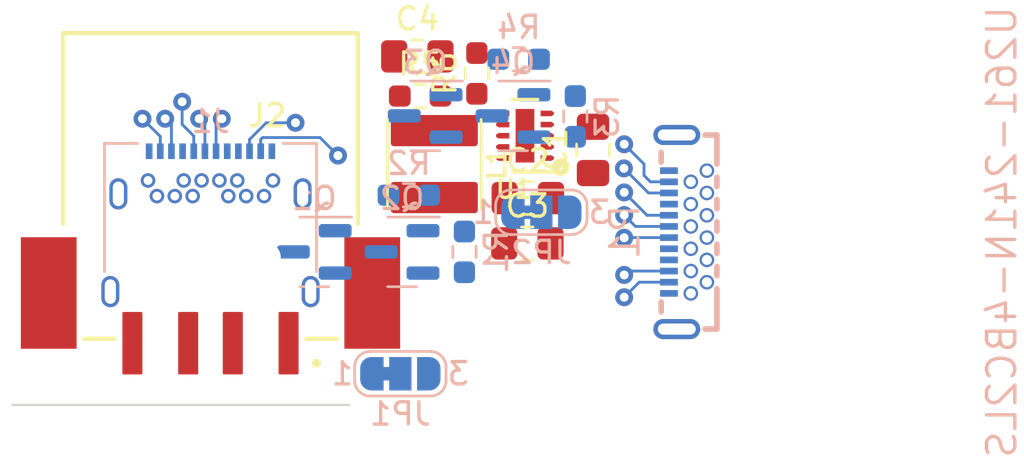
<source format=kicad_pcb>
(kicad_pcb (version 20211014) (generator pcbnew)
  (layers (0 "F.Cu" signal) (1 "In1.Cu" signal) (2 "In2.Cu" signal) (31 "B.Cu" signal) (34 "B.Paste" user) (35 "F.Paste" user) (36 "B.SilkS" user "B.Silkscreen") (37 "F.SilkS" user "F.Silkscreen") (38 "B.Mask" user) (39 "F.Mask" user) (44 "Edge.Cuts" user))
  (net 0 "")
  (net 1 "+5V")
  (net 2 "GND")
  (net 3 "Net-(J1-PadA2)")
  (net 4 "Net-(J1-PadA3)")
  (net 5 "/VBUS")
  (net 6 "/CC1_OUT")
  (net 7 "/D+")
  (net 8 "/D-")
  (net 9 "Net-(J1-PadA8)")
  (net 10 "Net-(J1-PadA10)")
  (net 11 "Net-(J1-PadA11)")
  (net 12 "Net-(J1-PadB2)")
  (net 13 "Net-(J1-PadB3)")
  (net 14 "/CC2_OUT")
  (net 15 "Net-(J1-PadB8)")
  (net 16 "Net-(J1-PadB10)")
  (net 17 "Net-(J1-PadB11)")
  (net 18 "Net-(J1-PadS1)")
  (net 19 "/CC1_IN")
  (net 20 "/CC1_G")
  (net 21 "/CC2_IN")
  (net 22 "/CC2_G")
  (net 23 "Net-(L1-Pad1)")
  (net 24 "Net-(Q1-Pad1)")
  (net 25 "Net-(Q1-Pad2)")
  (net 26 "Net-(Q3-Pad1)")
  (net 27 "Net-(Q3-Pad2)")
  (net 28 "Net-(R5-Pad2)")
  (footprint "Capacitor_SMD:C_0805_2012Metric_Pad1.18x1.45mm_HandSolder" (layer "F.Cu") (at 151.257 58.801)
    (fp_text reference "C4" (at 0 -1.68) (layer "F.SilkS"))
    (fp_text value "100n")
    (fp_line (start -0.261252 0.735) (end 0.261252 0.735) (layer "F.SilkS") (width 0.12))
    (fp_line (start -0.261252 -0.735) (end 0.261252 -0.735) (layer "F.SilkS") (width 0.12))
    (pad "1" smd roundrect (at -1.0375 0) (size 1.175 1.45) (layers "F.Cu" "F.Paste" "F.Mask") (roundrect_rratio 0.212766) (net 1 "+5V"))
    (pad "2" smd roundrect (at 1.0375 0) (size 1.175 1.45) (layers "F.Cu" "F.Paste" "F.Mask") (roundrect_rratio 0.212766) (net 2 "GND"))
  )
  (footprint "Resistor_SMD:R_0603_1608Metric_Pad0.98x0.95mm_HandSolder" (layer "F.Cu") (at 153.924 59.563 90)
    (fp_text reference "R6" (at 0 -1.43 90) (layer "F.SilkS"))
    (fp_text value "51k")
    (fp_line (start -0.254724 0.5225) (end 0.254724 0.5225) (layer "F.SilkS") (width 0.12))
    (fp_line (start -0.254724 -0.5225) (end 0.254724 -0.5225) (layer "F.SilkS") (width 0.12))
    (pad "1" smd roundrect (at -0.9125 0 90) (size 0.975 0.95) (layers "F.Cu" "F.Paste" "F.Mask") (net 28 "Net-(R5-Pad2)"))
    (pad "2" smd roundrect (at 0.9125 0 90) (size 0.975 0.95) (layers "F.Cu" "F.Paste" "F.Mask") (net 2 "GND"))
  )
  (footprint "USB-A:SAMTEC_USB-A-S-X-X-SM2" (layer "F.Cu") (at 141.986 67.805 180)
    (fp_text reference "J2" (at -2.54 6.35) (layer "F.SilkS"))
    (fp_text value "USB_A")
    (fp_line (start 4.3 -3.65) (end 5.65 -3.65) (layer "F.SilkS") (width 0.2))
    (fp_line (start 6.6 1.5) (end 6.6 10.05) (layer "F.SilkS") (width 0.2))
    (fp_line (start -6.6 10.05) (end -6.6 1.5) (layer "F.SilkS") (width 0.2))
    (fp_line (start 6.6 10.05) (end -6.6 10.05) (layer "F.SilkS") (width 0.2))
    (fp_line (start -5.65 -3.65) (end -4.3 -3.65) (layer "F.SilkS") (width 0.2))
    (fp_circle (center -4.75 -4.75) (end -4.65 -4.75) (layer "F.SilkS") (width 0.2) (fill none))
    (pad "" np_thru_hole circle (at 2.5 0 180) (size 1.3 1.3) (drill 1.3) (layers *.Cu *.Mask))
    (pad "" np_thru_hole circle (at -2.5 0 180) (size 1.3 1.3) (drill 1.3) (layers *.Cu *.Mask))
    (pad "1" smd roundrect (at -3.5 -3.85 180) (size 0.9 2.8) (layers "F.Cu" "F.Paste" "F.Mask") (roundrect_rratio 0.06) (net 1 "+5V"))
    (pad "2" smd roundrect (at -1 -3.85 180) (size 0.9 2.8) (layers "F.Cu" "F.Paste" "F.Mask") (roundrect_rratio 0.06) (net 8 "/D-"))
    (pad "3" smd roundrect (at 1 -3.85 180) (size 0.9 2.8) (layers "F.Cu" "F.Paste" "F.Mask") (roundrect_rratio 0.06) (net 7 "/D+"))
    (pad "4" smd roundrect (at 3.5 -3.85 180) (size 0.9 2.8) (layers "F.Cu" "F.Paste" "F.Mask") (roundrect_rratio 0.06) (net 2 "GND"))
    (pad "5" smd rect (at 7.25 -1.6 180) (size 2.5 5) (layers "F.Cu" "F.Paste" "F.Mask") (net 2 "GND"))
    (pad "5" smd rect (at -7.25 -1.6 180) (size 2.5 5) (layers "F.Cu" "F.Paste" "F.Mask") (net 2 "GND"))
  )
  (footprint "Capacitor_SMD:C_0805_2012Metric_Pad1.18x1.45mm_HandSolder" (layer "F.Cu") (at 156.21 65.151)
    (fp_text reference "C2" (at 0 -1.68) (layer "F.SilkS"))
    (fp_text value "1uF")
    (fp_line (start -0.261252 0.735) (end 0.261252 0.735) (layer "F.SilkS") (width 0.12))
    (fp_line (start -0.261252 -0.735) (end 0.261252 -0.735) (layer "F.SilkS") (width 0.12))
    (pad "1" smd roundrect (at -1.0375 0) (size 1.175 1.45) (layers "F.Cu" "F.Paste" "F.Mask") (roundrect_rratio 0.212766) (net 1 "+5V"))
    (pad "2" smd roundrect (at 1.0375 0) (size 1.175 1.45) (layers "F.Cu" "F.Paste" "F.Mask") (roundrect_rratio 0.212766) (net 2 "GND"))
  )
  (footprint "Resistor_SMD:R_0603_1608Metric_Pad0.98x0.95mm_HandSolder" (layer "F.Cu") (at 151.384 60.579)
    (fp_text reference "R5" (at 0 -1.43) (layer "F.SilkS"))
    (fp_text value "270k")
    (fp_line (start -0.254724 -0.5225) (end 0.254724 -0.5225) (layer "F.SilkS") (width 0.12))
    (fp_line (start -0.254724 0.5225) (end 0.254724 0.5225) (layer "F.SilkS") (width 0.12))
    (pad "1" smd roundrect (at -0.9125 0) (size 0.975 0.95) (layers "F.Cu" "F.Paste" "F.Mask") (net 1 "+5V"))
    (pad "2" smd roundrect (at 0.9125 0) (size 0.975 0.95) (layers "F.Cu" "F.Paste" "F.Mask") (net 28 "Net-(R5-Pad2)"))
  )
  (footprint "Capacitor_SMD:C_0805_2012Metric_Pad1.18x1.45mm_HandSolder" (layer "F.Cu") (at 159.131 62.992 90)
    (fp_text reference "C1" (at 0 -1.68 90) (layer "F.SilkS"))
    (fp_text value "1uF")
    (fp_line (start -0.261252 0.735) (end 0.261252 0.735) (layer "F.SilkS") (width 0.12))
    (fp_line (start -0.261252 -0.735) (end 0.261252 -0.735) (layer "F.SilkS") (width 0.12))
    (pad "1" smd roundrect (at -1.0375 0 90) (size 1.175 1.45) (layers "F.Cu" "F.Paste" "F.Mask") (roundrect_rratio 0.212766) (net 5 "/VBUS"))
    (pad "2" smd roundrect (at 1.0375 0 90) (size 1.175 1.45) (layers "F.Cu" "F.Paste" "F.Mask") (roundrect_rratio 0.212766) (net 2 "GND"))
  )
  (footprint "Ind-4012:L_4012" (layer "F.Cu") (at 152.019 63.627 -90)
    (fp_text reference "L1" (at 0 -2.8 90) (layer "F.SilkS") (effects (font (size 0.8 0.8))))
    (fp_text value "10uH")
    (fp_line (start -2 2.1) (end 2 2.1) (layer "F.SilkS") (width 0.12))
    (fp_line (start -2 -2.1) (end 2 -2.1) (layer "F.SilkS") (width 0.12))
    (pad "1" smd roundrect locked (at -1.5 0 270) (size 1.4 3.9) (layers "F.Cu" "F.Paste" "F.Mask") (roundrect_rratio 0.1) (net 23 "Net-(L1-Pad1)"))
    (pad "2" smd roundrect locked (at 1.5 0 270) (size 1.4 3.9) (layers "F.Cu" "F.Paste" "F.Mask") (roundrect_rratio 0.1) (net 1 "+5V"))
  )
  (footprint "Capacitor_SMD:C_0805_2012Metric_Pad1.18x1.45mm_HandSolder" (layer "F.Cu") (at 156.1885 67.183)
    (fp_text reference "C3" (at 0 -1.68) (layer "F.SilkS"))
    (fp_text value "10uF")
    (fp_line (start -0.261252 -0.735) (end 0.261252 -0.735) (layer "F.SilkS") (width 0.12))
    (fp_line (start -0.261252 0.735) (end 0.261252 0.735) (layer "F.SilkS") (width 0.12))
    (pad "1" smd roundrect (at -1.0375 0) (size 1.175 1.45) (layers "F.Cu" "F.Paste" "F.Mask") (roundrect_rratio 0.212766) (net 1 "+5V"))
    (pad "2" smd roundrect (at 1.0375 0) (size 1.175 1.45) (layers "F.Cu" "F.Paste" "F.Mask") (roundrect_rratio 0.212766) (net 2 "GND"))
  )
  (footprint "TPS62175DQC:WSON-10-1EP_2x3mm_P0.5mm_EP0.84x2.4mm" (layer "F.Cu") (at 156.083 62.357 180)
    (fp_text reference "U1" (at 0.5 -2.4) (layer "F.SilkS") (effects (font (size 0.8 0.8))))
    (fp_text value "TPS62175DQC")
    (fp_line (start -1.35 -1.625) (end 0.575 -1.625) (layer "F.SilkS") (width 0.15))
    (fp_line (start -0.575 1.625) (end 0.575 1.625) (layer "F.SilkS") (width 0.15))
    (fp_circle (center -1.6 -1.4) (end -1.5 -1.4) (layer "F.SilkS") (width 0.3) (fill none))
    (pad "1" smd oval locked (at -1.1 -1 270) (size 0.2 0.4) (layers "F.Cu" "F.Paste" "F.Mask") (net 2 "GND"))
    (pad "1" smd rect locked (at -0.95 -1 180) (size 0.5 0.25) (layers "F.Cu" "F.Paste" "F.Mask") (net 2 "GND"))
    (pad "2" smd oval locked (at -1.1 -0.5 270) (size 0.2 0.4) (layers "F.Cu" "F.Paste" "F.Mask") (net 5 "/VBUS"))
    (pad "2" smd rect locked (at -0.95 -0.5 180) (size 0.5 0.25) (layers "F.Cu" "F.Paste" "F.Mask") (net 5 "/VBUS"))
    (pad "3" smd oval locked (at -1.1 0 270) (size 0.2 0.4) (layers "F.Cu" "F.Paste" "F.Mask") (net 5 "/VBUS"))
    (pad "3" smd rect locked (at -0.95 0 180) (size 0.5 0.25) (layers "F.Cu" "F.Paste" "F.Mask") (net 5 "/VBUS"))
    (pad "4" smd rect locked (at -0.95 0.5 180) (size 0.5 0.25) (layers "F.Cu" "F.Paste" "F.Mask") (net 2 "GND"))
    (pad "4" smd oval locked (at -1.1 0.5 270) (size 0.2 0.4) (layers "F.Cu" "F.Paste" "F.Mask") (net 2 "GND"))
    (pad "5" smd oval locked (at -1.1 1 270) (size 0.2 0.4) (layers "F.Cu" "F.Paste" "F.Mask") (net 28 "Net-(R5-Pad2)"))
    (pad "5" smd rect locked (at -0.95 1 180) (size 0.5 0.25) (layers "F.Cu" "F.Paste" "F.Mask") (net 28 "Net-(R5-Pad2)"))
    (pad "6" smd oval locked (at 1.1 1 90) (size 0.2 0.4) (layers "F.Cu" "F.Paste" "F.Mask") (net 2 "GND"))
    (pad "6" smd rect locked (at 0.95 1 180) (size 0.5 0.25) (layers "F.Cu" "F.Paste" "F.Mask") (net 2 "GND"))
    (pad "7" smd rect locked (at 0.95 0.5 180) (size 0.5 0.25) (layers "F.Cu" "F.Paste" "F.Mask"))
    (pad "7" smd oval locked (at 1.1 0.5 90) (size 0.2 0.4) (layers "F.Cu" "F.Paste" "F.Mask"))
    (pad "8" smd rect locked (at 0.95 0 180) (size 0.5 0.25) (layers "F.Cu" "F.Paste" "F.Mask") (net 1 "+5V"))
    (pad "8" smd oval locked (at 1.1 0 90) (size 0.2 0.4) (layers "F.Cu" "F.Paste" "F.Mask") (net 1 "+5V"))
    (pad "9" smd oval locked (at 1.1 -0.5 90) (size 0.2 0.4) (layers "F.Cu" "F.Paste" "F.Mask") (net 23 "Net-(L1-Pad1)"))
    (pad "9" smd rect locked (at 0.95 -0.5 180) (size 0.5 0.25) (layers "F.Cu" "F.Paste" "F.Mask") (net 23 "Net-(L1-Pad1)"))
    (pad "10" smd rect locked (at 0.95 -1 180) (size 0.5 0.25) (layers "F.Cu" "F.Paste" "F.Mask") (net 1 "+5V"))
    (pad "10" smd oval locked (at 1.1 -1 90) (size 0.2 0.4) (layers "F.Cu" "F.Paste" "F.Mask") (net 1 "+5V"))
    (pad "11" smd rect locked (at 0 0 180) (size 0.84 2.4) (layers "F.Cu" "F.Mask") (net 2 "GND"))
  )
  (footprint "Jumper:SolderJumper-3_P1.3mm_Bridged12_RoundedPad1.0x1.5mm_NumberLabels" (layer "B.Cu") (at 150.495 73.025)
    (fp_text reference "JP1" (at 0 1.8) (layer "B.SilkS") (effects (justify mirror)))
    (fp_text value "SolderJumper_3_Bridged12")
    (fp_text user "1" (at -2.6 0) (layer "B.SilkS") (effects (justify mirror)))
    (fp_text user "3" (at 2.6 0) (layer "B.SilkS") (effects (justify mirror)))
    (fp_poly (pts (xy -0.9 0.3) (xy -0.4 0.3) (xy -0.4 -0.3) (xy -0.9 -0.3)) (layer "B.Cu") (width 0) (fill solid))
    (fp_line (start 1.4 -1) (end -1.4 -1) (layer "B.SilkS") (width 0.12))
    (fp_line (start -1.4 1) (end 1.4 1) (layer "B.SilkS") (width 0.12))
    (fp_line (start -2.05 -0.3) (end -2.05 0.3) (layer "B.SilkS") (width 0.12))
    (fp_line (start 2.05 0.3) (end 2.05 -0.3) (layer "B.SilkS") (width 0.12))
    (fp_arc (start 2.05 0.3) (mid 1.844975 0.794975) (end 1.35 1) (layer "B.SilkS") (width 0.12))
    (fp_arc (start 1.35 -1) (mid 1.844975 -0.794975) (end 2.05 -0.3) (layer "B.SilkS") (width 0.12))
    (fp_arc (start -1.35 1) (mid -1.844975 0.794975) (end -2.05 0.3) (layer "B.SilkS") (width 0.12))
    (fp_arc (start -2.05 -0.3) (mid -1.844975 -0.794975) (end -1.35 -1) (layer "B.SilkS") (width 0.12))
    (pad "1" smd custom (at -1.3 0) (size 1 0.5) (layers "B.Cu" "B.Mask") (net 19 "/CC1_IN") (options (clearance outline) (anchor rect)) (primitives (gr_poly (pts (xy 0.55 -0.75) (xy 0 -0.75) (xy 0 0.75) (xy 0.55 0.75)) (width 0) (fill yes)) (gr_circle (center 0 -0.25) (end 0.5 -0.25) (width 0) (fill yes)) (gr_circle (center 0 0.25) (end 0.5 0.25) (width 0) (fill yes))))
    (pad "2" smd rect (at 0 0) (size 1 1.5) (layers "B.Cu" "B.Mask") (net 6 "/CC1_OUT"))
    (pad "3" smd custom (at 1.3 0) (size 1 0.5) (layers "B.Cu" "B.Mask") (net 20 "/CC1_G") (options (clearance outline) (anchor rect)) (primitives (gr_circle (center 0 -0.25) (end 0.5 -0.25) (width 0) (fill yes)) (gr_circle (center 0 0.25) (end 0.5 0.25) (width 0) (fill yes)) (gr_poly (pts (xy 0 -0.75) (xy -0.55 -0.75) (xy -0.55 0.75) (xy 0 0.75)) (width 0) (fill yes))))
  )
  (footprint "Resistor_SMD:R_0603_1608Metric_Pad0.98x0.95mm_HandSolder" (layer "B.Cu") (at 155.799 58.928 180)
    (fp_text reference "R4" (at 0 1.43) (layer "B.SilkS") (effects (justify mirror)))
    (fp_text value "1k")
    (fp_line (start -0.254724 -0.5225) (end 0.254724 -0.5225) (layer "B.SilkS") (width 0.12))
    (fp_line (start -0.254724 0.5225) (end 0.254724 0.5225) (layer "B.SilkS") (width 0.12))
    (pad "1" smd roundrect (at -0.9125 0 180) (size 0.975 0.95) (layers "B.Cu" "B.Paste" "B.Mask") (net 26 "Net-(Q3-Pad1)"))
    (pad "2" smd roundrect (at 0.9125 0 180) (size 0.975 0.95) (layers "B.Cu" "B.Paste" "B.Mask") (net 2 "GND"))
  )
  (footprint "Jumper:SolderJumper-3_P1.3mm_Bridged12_RoundedPad1.0x1.5mm_NumberLabels" (layer "B.Cu") (at 156.815 65.786)
    (fp_text reference "JP2" (at 0 1.8) (layer "B.SilkS") (effects (justify mirror)))
    (fp_text value "SolderJumper_3_Bridged12")
    (fp_text user "3" (at 2.6 0) (layer "B.SilkS") (effects (justify mirror)))
    (fp_text user "1" (at -2.6 0) (layer "B.SilkS") (effects (justify mirror)))
    (fp_poly (pts (xy -0.9 0.3) (xy -0.4 0.3) (xy -0.4 -0.3) (xy -0.9 -0.3)) (layer "B.Cu") (width 0) (fill solid))
    (fp_line (start 2.05 0.3) (end 2.05 -0.3) (layer "B.SilkS") (width 0.12))
    (fp_line (start 1.4 -1) (end -1.4 -1) (layer "B.SilkS") (width 0.12))
    (fp_line (start -1.4 1) (end 1.4 1) (layer "B.SilkS") (width 0.12))
    (fp_line (start -2.05 -0.3) (end -2.05 0.3) (layer "B.SilkS") (width 0.12))
    (fp_arc (start -1.35 1) (mid -1.844975 0.794975) (end -2.05 0.3) (layer "B.SilkS") (width 0.12))
    (fp_arc (start 1.35 -1) (mid 1.844975 -0.794975) (end 2.05 -0.3) (layer "B.SilkS") (width 0.12))
    (fp_arc (start -2.05 -0.3) (mid -1.844975 -0.794975) (end -1.35 -1) (layer "B.SilkS") (width 0.12))
    (fp_arc (start 2.05 0.3) (mid 1.844975 0.794975) (end 1.35 1) (layer "B.SilkS") (width 0.12))
    (pad "1" smd custom (at -1.3 0) (size 1 0.5) (layers "B.Cu" "B.Mask") (net 21 "/CC2_IN") (options (clearance outline) (anchor rect)) (primitives (gr_poly (pts (xy 0.55 -0.75) (xy 0 -0.75) (xy 0 0.75) (xy 0.55 0.75)) (width 0) (fill yes)) (gr_circle (center 0 -0.25) (end 0.5 -0.25) (width 0) (fill yes)) (gr_circle (center 0 0.25) (end 0.5 0.25) (width 0) (fill yes))))
    (pad "2" smd rect (at 0 0) (size 1 1.5) (layers "B.Cu" "B.Mask") (net 14 "/CC2_OUT"))
    (pad "3" smd custom (at 1.3 0) (size 1 0.5) (layers "B.Cu" "B.Mask") (net 22 "/CC2_G") (options (clearance outline) (anchor rect)) (primitives (gr_circle (center 0 -0.25) (end 0.5 -0.25) (width 0) (fill yes)) (gr_circle (center 0 0.25) (end 0.5 0.25) (width 0) (fill yes)) (gr_poly (pts (xy 0 -0.75) (xy -0.55 -0.75) (xy -0.55 0.75) (xy 0 0.75)) (width 0) (fill yes))))
  )
  (footprint "Resistor_SMD:R_0603_1608Metric_Pad0.98x0.95mm_HandSolder" (layer "B.Cu") (at 150.876 65.024 180)
    (fp_text reference "R2" (at 0 1.43) (layer "B.SilkS") (effects (justify mirror)))
    (fp_text value "1k")
    (fp_line (start -0.254724 0.5225) (end 0.254724 0.5225) (layer "B.SilkS") (width 0.12))
    (fp_line (start -0.254724 -0.5225) (end 0.254724 -0.5225) (layer "B.SilkS") (width 0.12))
    (pad "1" smd roundrect (at -0.9125 0 180) (size 0.975 0.95) (layers "B.Cu" "B.Paste" "B.Mask") (net 24 "Net-(Q1-Pad1)"))
    (pad "2" smd roundrect (at 0.9125 0 180) (size 0.975 0.95) (layers "B.Cu" "B.Paste" "B.Mask") (net 2 "GND"))
  )
  (footprint "Package_TO_SOT_SMD:SOT-23" (layer "B.Cu") (at 150.5735 67.564 180)
    (fp_text reference "Q2" (at 0 2.4) (layer "B.SilkS") (effects (justify mirror)))
    (fp_text value "BSS84")
    (fp_line (start 0 -1.56) (end -0.65 -1.56) (layer "B.SilkS") (width 0.12))
    (fp_line (start 0 -1.56) (end 0.65 -1.56) (layer "B.SilkS") (width 0.12))
    (fp_line (start 0 1.56) (end -1.675 1.56) (layer "B.SilkS") (width 0.12))
    (fp_line (start 0 1.56) (end 0.65 1.56) (layer "B.SilkS") (width 0.12))
    (pad "1" smd roundrect (at -0.9375 0.95 180) (size 1.475 0.6) (layers "B.Cu" "B.Paste" "B.Mask") (net 24 "Net-(Q1-Pad1)"))
    (pad "2" smd roundrect (at -0.9375 -0.95 180) (size 1.475 0.6) (layers "B.Cu" "B.Paste" "B.Mask") (net 25 "Net-(Q1-Pad2)"))
    (pad "3" smd roundrect (at 0.9375 0 180) (size 1.475 0.6) (layers "B.Cu" "B.Paste" "B.Mask") (net 6 "/CC1_OUT"))
  )
  (footprint "Resistor_SMD:R_0603_1608Metric_Pad0.98x0.95mm_HandSolder" (layer "B.Cu") (at 158.339 61.4915 90)
    (fp_text reference "R3" (at 0 1.43 90) (layer "B.SilkS") (effects (justify mirror)))
    (fp_text value "4.1k")
    (fp_line (start -0.254724 0.5225) (end 0.254724 0.5225) (layer "B.SilkS") (width 0.12))
    (fp_line (start -0.254724 -0.5225) (end 0.254724 -0.5225) (layer "B.SilkS") (width 0.12))
    (pad "1" smd roundrect (at -0.9125 0 90) (size 0.975 0.95) (layers "B.Cu" "B.Paste" "B.Mask") (net 22 "/CC2_G"))
    (pad "2" smd roundrect (at 0.9125 0 90) (size 0.975 0.95) (layers "B.Cu" "B.Paste" "B.Mask") (net 26 "Net-(Q3-Pad1)"))
  )
  (footprint "Connector_USB:USB_C_Receptacle_Amphenol_12401548E4-2A" (layer "B.Cu") (at 141.986 68.072 180)
    (fp_text reference "J1" (at 0 6.36) (layer "B.SilkS") (effects (justify mirror)))
    (fp_text value "TYPEC-324DBW-ACP24A")
    (fp_line (start 4.75 5.37) (end 4.75 -0.381) (layer "B.SilkS") (width 0.12))
    (fp_line (start -4.75 5.37) (end -4.75 -0.381) (layer "B.SilkS") (width 0.12))
    (fp_line (start -4.75 5.37) (end -3.25 5.37) (layer "B.SilkS") (width 0.12))
    (fp_line (start 3.25 5.37) (end 4.75 5.37) (layer "B.SilkS") (width 0.12))
    (pad "" np_thru_hole circle (at -3.6 4.36 180) (size 0.65 0.65) (drill 0.65) (layers *.Cu *.Mask))
    (pad "" np_thru_hole oval (at 3.6 4.36 180) (size 0.95 0.65) (drill oval 0.95 0.65) (layers *.Cu *.Mask))
    (pad "A1" smd rect (at -2.75 5.02 180) (size 0.3 0.7) (layers "B.Cu" "B.Paste" "B.Mask") (net 2 "GND"))
    (pad "A2" smd rect (at -2.25 5.02 180) (size 0.3 0.7) (layers "B.Cu" "B.Paste" "B.Mask") (net 3 "Net-(J1-PadA2)"))
    (pad "A3" smd rect (at -1.75 5.02 180) (size 0.3 0.7) (layers "B.Cu" "B.Paste" "B.Mask") (net 4 "Net-(J1-PadA3)"))
    (pad "A4" smd rect (at -1.25 5.02 180) (size 0.3 0.7) (layers "B.Cu" "B.Paste" "B.Mask") (net 5 "/VBUS"))
    (pad "A5" smd rect (at -0.75 5.02 180) (size 0.3 0.7) (layers "B.Cu" "B.Paste" "B.Mask") (net 6 "/CC1_OUT"))
    (pad "A6" smd rect (at -0.25 5.02 180) (size 0.3 0.7) (layers "B.Cu" "B.Paste" "B.Mask") (net 7 "/D+"))
    (pad "A7" smd rect (at 0.25 5.02 180) (size 0.3 0.7) (layers "B.Cu" "B.Paste" "B.Mask") (net 8 "/D-"))
    (pad "A8" smd rect (at 0.75 5.02 180) (size 0.3 0.7) (layers "B.Cu" "B.Paste" "B.Mask") (net 9 "Net-(J1-PadA8)"))
    (pad "A9" smd rect (at 1.25 5.02 180) (size 0.3 0.7) (layers "B.Cu" "B.Paste" "B.Mask") (net 5 "/VBUS"))
    (pad "A10" smd rect (at 1.75 5.02 180) (size 0.3 0.7) (layers "B.Cu" "B.Paste" "B.Mask") (net 10 "Net-(J1-PadA10)"))
    (pad "A11" smd rect (at 2.25 5.02 180) (size 0.3 0.7) (layers "B.Cu" "B.Paste" "B.Mask") (net 11 "Net-(J1-PadA11)"))
    (pad "A12" smd rect (at 2.75 5.02 180) (size 0.3 0.7) (layers "B.Cu" "B.Paste" "B.Mask") (net 2 "GND"))
    (pad "B1" thru_hole circle (at 2.8 3.71 180) (size 0.65 0.65) (drill 0.4) (layers *.Cu *.Mask) (net 2 "GND"))
    (pad "B2" thru_hole circle (at 2.4 3.01 180) (size 0.65 0.65) (drill 0.4) (layers *.Cu *.Mask) (net 12 "Net-(J1-PadB2)"))
    (pad "B3" thru_hole circle (at 1.6 3.01 180) (size 0.65 0.65) (drill 0.4) (layers *.Cu *.Mask) (net 13 "Net-(J1-PadB3)"))
    (pad "B4" thru_hole circle (at 1.2 3.71 180) (size 0.65 0.65) (drill 0.4) (layers *.Cu *.Mask) (net 5 "/VBUS"))
    (pad "B5" thru_hole circle (at 0.8 3.01 180) (size 0.65 0.65) (drill 0.4) (layers *.Cu *.Mask) (net 14 "/CC2_OUT"))
    (pad "B6" thru_hole circle (at 0.4 3.71 180) (size 0.65 0.65) (drill 0.4) (layers *.Cu *.Mask) (net 7 "/D+"))
    (pad "B7" thru_hole circle (at -0.4 3.71 180) (size 0.65 0.65) (drill 0.4) (layers *.Cu *.Mask) (net 8 "/D-"))
    (pad "B8" thru_hole circle (at -0.8 3.01 180) (size 0.65 0.65) (drill 0.4) (layers *.Cu *.Mask) (net 15 "Net-(J1-PadB8)"))
    (pad "B9" thru_hole circle (at -1.2 3.71 180) (size 0.65 0.65) (drill 0.4) (layers *.Cu *.Mask) (net 5 "/VBUS"))
    (pad "B10" thru_hole circle (at -1.6 3.01 180) (size 0.65 0.65) (drill 0.4) (layers *.Cu *.Mask) (net 16 "Net-(J1-PadB10)"))
    (pad "B11" thru_hole circle (at -2.4 3.01 180) (size 0.65 0.65) (drill 0.4) (layers *.Cu *.Mask) (net 17 "Net-(J1-PadB11)"))
    (pad "B12" thru_hole circle (at -2.8 3.71 180) (size 0.65 0.65) (drill 0.4) (layers *.Cu *.Mask) (net 2 "GND"))
    (pad "S1" thru_hole oval (at 4.13 3.11 180) (size 0.8 1.4) (drill oval 0.5 1.1) (layers *.Cu *.Mask) (net 18 "Net-(J1-PadS1)"))
    (pad "S1" thru_hole oval (at -4.13 3.11 180) (size 0.8 1.4) (drill oval 0.5 1.1) (layers *.Cu *.Mask) (net 18 "Net-(J1-PadS1)"))
    (pad "S1" thru_hole oval (at 4.49 -1.27 180) (size 0.8 1.4) (drill oval 0.5 1.1) (layers *.Cu *.Mask) (net 18 "Net-(J1-PadS1)"))
    (pad "S1" thru_hole oval (at -4.49 -1.27 180) (size 0.8 1.4) (drill oval 0.5 1.1) (layers *.Cu *.Mask) (net 18 "Net-(J1-PadS1)"))
  )
  (footprint "type-c_plug:USB-C-SMD_XKB_U261-241N-4BC2LS" (layer "B.Cu") (at 163.3855 66.6725 -90)
    (fp_text reference "P1" (at 0 2.82 90) (layer "B.SilkS") (effects (font (size 1.27 1.27)) (justify mirror)))
    (fp_text value "U261-241N-4BC2LS" (at 0 -14.073 90) (layer "B.SilkS") (effects (font (size 1.27 1.27)) (justify mirror)))
    (fp_line (start -0.044 -1.3) (end -0.456 -1.3) (layer "B.SilkS") (width 0.254))
    (fp_line (start 0.956 -1.3) (end 0.544 -1.3) (layer "B.SilkS") (width 0.254))
    (fp_line (start -3.044 -1.3) (end -4.35 -1.3) (layer "B.SilkS") (width 0.254))
    (fp_line (start -1.044 -1.3) (end -1.456 -1.3) (layer "B.SilkS") (width 0.254))
    (fp_line (start 3.576 1.2) (end 3.131 1.2) (layer "B.SilkS") (width 0.254))
    (fp_line (start -2.044 -1.3) (end -2.456 -1.3) (layer "B.SilkS") (width 0.254))
    (fp_line (start 1.956 -1.3) (end 1.544 -1.3) (layer "B.SilkS") (width 0.254))
    (fp_line (start 4.35 -1.3) (end 4.35 -0.774) (layer "B.SilkS") (width 0.254))
    (fp_line (start -3.131 1.2) (end -3.576 1.2) (layer "B.SilkS") (width 0.254))
    (fp_line (start 4.35 -1.3) (end 2.544 -1.3) (layer "B.SilkS") (width 0.254))
    (fp_line (start -4.35 -1.3) (end -4.35 -0.774) (layer "B.SilkS") (width 0.254))
    (pad "A1" smd rect (at 2.75 0.85 270) (size 0.3 0.8) (layers "B.Cu" "B.Paste" "B.Mask") (net 2 "GND"))
    (pad "A2" smd rect (at 2.25 0.85 270) (size 0.3 0.8) (layers "B.Cu" "B.Paste" "B.Mask") (net 3 "Net-(J1-PadA2)"))
    (pad "A3" smd rect (at 1.75 0.85 270) (size 0.3 0.8) (layers "B.Cu" "B.Paste" "B.Mask") (net 4 "Net-(J1-PadA3)"))
    (pad "A4" smd rect (at 1.25 0.85 270) (size 0.3 0.8) (layers "B.Cu" "B.Paste" "B.Mask") (net 5 "/VBUS"))
    (pad "A5" smd rect (at 0.75 0.85 270) (size 0.3 0.8) (layers "B.Cu" "B.Paste" "B.Mask") (net 19 "/CC1_IN"))
    (pad "A6" smd rect (at 0.25 0.85 270) (size 0.3 0.8) (layers "B.Cu" "B.Paste" "B.Mask") (net 7 "/D+"))
    (pad "A7" smd rect (at -0.25 0.85 270) (size 0.3 0.8) (layers "B.Cu" "B.Paste" "B.Mask") (net 8 "/D-"))
    (pad "A8" smd rect (at -0.75 0.85 270) (size 0.3 0.8) (layers "B.Cu" "B.Paste" "B.Mask") (net 9 "Net-(J1-PadA8)"))
    (pad "A9" smd rect (at -1.25 0.85 270) (size 0.3 0.8) (layers "B.Cu" "B.Paste" "B.Mask") (net 5 "/VBUS"))
    (pad "A10" smd rect (at -1.75 0.85 270) (size 0.3 0.8) (layers "B.Cu" "B.Paste" "B.Mask") (net 10 "Net-(J1-PadA10)"))
    (pad "A11" smd rect (at -2.25 0.85 270) (size 0.3 0.8) (layers "B.Cu" "B.Paste" "B.Mask") (net 11 "Net-(J1-PadA11)"))
    (pad "A12" smd rect (at -2.75 0.85 270) (size 0.3 0.8) (layers "B.Cu" "B.Paste" "B.Mask") (net 2 "GND"))
    (pad "B1" thru_hole circle (at -2.75 -0.85 270) (size 0.65 0.65) (drill 0.45) (layers *.Cu *.Paste *.Mask) (net 2 "GND"))
    (pad "B2" thru_hole circle (at -2.25 -0.13 270) (size 0.65 0.65) (drill 0.45) (layers *.Cu *.Paste *.Mask) (net 12 "Net-(J1-PadB2)"))
    (pad "B3" thru_hole circle (at -1.75 -0.85 270) (size 0.65 0.65) (drill 0.45) (layers *.Cu *.Paste *.Mask) (net 13 "Net-(J1-PadB3)"))
    (pad "B4" thru_hole circle (at -1.25 -0.13 270) (size 0.65 0.65) (drill 0.45) (layers *.Cu *.Paste *.Mask) (net 5 "/VBUS"))
    (pad "B5" thru_hole circle (at -0.75 -0.85 270) (size 0.65 0.65) (drill 0.45) (layers *.Cu *.Paste *.Mask) (net 21 "/CC2_IN"))
    (pad "B6" thru_hole circle (at -0.25 -0.13 270) (size 0.65 0.65) (drill 0.45) (layers *.Cu *.Paste *.Mask))
    (pad "B7" thru_hole circle (at 0.25 -0.85 270) (size 0.65 0.65) (drill 0.45) (layers *.Cu *.Paste *.Mask))
    (pad "B8" thru_hole circle (at 0.75 -0.13 270) (size 0.65 0.65) (drill 0.45) (layers *.Cu *.Paste *.Mask) (net 15 "Net-(J1-PadB8)"))
    (pad "B9" thru_hole circle (at 1.25 -0.85 270) (size 0.65 0.65) (drill 0.45) (layers *.Cu *.Paste *.Mask) (net 5 "/VBUS"))
    (pad "B10" thru_hole circle (at 1.75 -0.13 270) (size 0.65 0.65) (drill 0.45) (layers *.Cu *.Paste *.Mask) (net 16 "Net-(J1-PadB10)"))
    (pad "B11" thru_hole circle (at 2.25 -0.85 270) (size 0.65 0.65) (drill 0.45) (layers *.Cu *.Paste *.Mask) (net 17 "Net-(J1-PadB11)"))
    (pad "B12" thru_hole circle (at 2.75 -0.13 270) (size 0.65 0.65) (drill 0.45) (layers *.Cu *.Paste *.Mask) (net 2 "GND"))
    (pad "S1" thru_hole oval (at -4.35 0.5 270) (size 0.9 2.1) (drill oval 0.5 1.7) (layers *.Cu *.Paste *.Mask) (net 18 "Net-(J1-PadS1)"))
    (pad "S1" thru_hole oval (at 4.35 0.5 270) (size 0.9 2.1) (drill oval 0.5 1.7) (layers *.Cu *.Paste *.Mask) (net 18 "Net-(J1-PadS1)"))
  )
  (footprint "Package_TO_SOT_SMD:SOT-23" (layer "B.Cu") (at 146.6365 67.564 180)
    (fp_text reference "Q1" (at 0 2.4) (layer "B.SilkS") (effects (justify mirror)))
    (fp_text value "BSS84")
    (fp_line (start 0 -1.56) (end 0.65 -1.56) (layer "B.SilkS") (width 0.12))
    (fp_line (start 0 -1.56) (end -0.65 -1.56) (layer "B.SilkS") (width 0.12))
    (fp_line (start 0 1.56) (end -1.675 1.56) (layer "B.SilkS") (width 0.12))
    (fp_line (start 0 1.56) (end 0.65 1.56) (layer "B.SilkS") (width 0.12))
    (pad "1" smd roundrect (at -0.9375 0.95 180) (size 1.475 0.6) (layers "B.Cu" "B.Paste" "B.Mask") (net 24 "Net-(Q1-Pad1)"))
    (pad "2" smd roundrect (at -0.9375 -0.95 180) (size 1.475 0.6) (layers "B.Cu" "B.Paste" "B.Mask") (net 25 "Net-(Q1-Pad2)"))
    (pad "3" smd roundrect (at 0.9375 0 180) (size 1.475 0.6) (layers "B.Cu" "B.Paste" "B.Mask") (net 19 "/CC1_IN"))
  )
  (footprint "Resistor_SMD:R_0603_1608Metric_Pad0.98x0.95mm_HandSolder" (layer "B.Cu") (at 153.3675 67.564 90)
    (fp_text reference "R1" (at 0 1.43 90) (layer "B.SilkS") (effects (justify mirror)))
    (fp_text value "4.1k")
    (fp_line (start -0.254724 -0.5225) (end 0.254724 -0.5225) (layer "B.SilkS") (width 0.12))
    (fp_line (start -0.254724 0.5225) (end 0.254724 0.5225) (layer "B.SilkS") (width 0.12))
    (pad "1" smd roundrect (at -0.9125 0 90) (size 0.975 0.95) (layers "B.Cu" "B.Paste" "B.Mask") (net 20 "/CC1_G"))
    (pad "2" smd roundrect (at 0.9125 0 90) (size 0.975 0.95) (layers "B.Cu" "B.Paste" "B.Mask") (net 24 "Net-(Q1-Pad1)"))
  )
  (footprint "Package_TO_SOT_SMD:SOT-23" (layer "B.Cu") (at 151.608 61.468 180)
    (fp_text reference "Q3" (at 0 2.4) (layer "B.SilkS") (effects (justify mirror)))
    (fp_text value "BSS84")
    (fp_line (start 0 -1.56) (end -0.65 -1.56) (layer "B.SilkS") (width 0.12))
    (fp_line (start 0 -1.56) (end 0.65 -1.56) (layer "B.SilkS") (width 0.12))
    (fp_line (start 0 1.56) (end -1.675 1.56) (layer "B.SilkS") (width 0.12))
    (fp_line (start 0 1.56) (end 0.65 1.56) (layer "B.SilkS") (width 0.12))
    (pad "1" smd roundrect (at -0.9375 0.95 180) (size 1.475 0.6) (layers "B.Cu" "B.Paste" "B.Mask") (net 26 "Net-(Q3-Pad1)"))
    (pad "2" smd roundrect (at -0.9375 -0.95 180) (size 1.475 0.6) (layers "B.Cu" "B.Paste" "B.Mask") (net 27 "Net-(Q3-Pad2)"))
    (pad "3" smd roundrect (at 0.9375 0 180) (size 1.475 0.6) (layers "B.Cu" "B.Paste" "B.Mask") (net 21 "/CC2_IN"))
  )
  (footprint "Package_TO_SOT_SMD:SOT-23" (layer "B.Cu") (at 155.545 61.468 180)
    (fp_text reference "Q4" (at 0 2.4) (layer "B.SilkS") (effects (justify mirror)))
    (fp_text value "BSS84")
    (fp_line (start 0 -1.56) (end -0.65 -1.56) (layer "B.SilkS") (width 0.12))
    (fp_line (start 0 -1.56) (end 0.65 -1.56) (layer "B.SilkS") (width 0.12))
    (fp_line (start 0 1.56) (end -1.675 1.56) (layer "B.SilkS") (width 0.12))
    (fp_line (start 0 1.56) (end 0.65 1.56) (layer "B.SilkS") (width 0.12))
    (pad "1" smd roundrect (at -0.9375 0.95 180) (size 1.475 0.6) (layers "B.Cu" "B.Paste" "B.Mask") (net 26 "Net-(Q3-Pad1)"))
    (pad "2" smd roundrect (at -0.9375 -0.95 180) (size 1.475 0.6) (layers "B.Cu" "B.Paste" "B.Mask") (net 27 "Net-(Q3-Pad2)"))
    (pad "3" smd roundrect (at 0.9375 0 180) (size 1.475 0.6) (layers "B.Cu" "B.Paste" "B.Mask") (net 14 "/CC2_OUT"))
  )
  (gr_line (start 133.096 74.422) (end 148.209 74.422) (layer "Edge.Cuts") (width 0.1))
  (via (at 147.701 63.246) (size 0.8) (drill 0.4) (layers "F.Cu" "B.Cu") (net 3))
  (via (at 160.528 69.596) (size 0.8) (drill 0.4) (layers "F.Cu" "B.Cu") (net 3))
  (segment (start 161.2015 68.9225) (end 162.5355 68.9225) (width 0.127) (layer "B.Cu") (net 3))
  (segment (start 144.236 62.525) (end 144.236 63.052) (width 0.127) (layer "B.Cu") (net 3))
  (segment (start 160.528 69.596) (end 161.2015 68.9225) (width 0.127) (layer "B.Cu") (net 3))
  (segment (start 147.701 63.246) (end 146.8935 62.4385) (width 0.127) (layer "B.Cu") (net 3))
  (segment (start 144.3225 62.4385) (end 144.236 62.525) (width 0.127) (layer "B.Cu") (net 3))
  (segment (start 146.8935 62.4385) (end 144.3225 62.4385) (width 0.127) (layer "B.Cu") (net 3))
  (via (at 160.528 68.596497) (size 0.8) (drill 0.4) (layers "F.Cu" "B.Cu") (net 4))
  (via (at 145.796 61.7755) (size 0.8) (drill 0.4) (layers "F.Cu" "B.Cu") (net 4))
  (segment (start 145.796 61.7755) (end 144.4855 61.7755) (width 0.127) (layer "B.Cu") (net 4))
  (segment (start 144.4855 61.7755) (end 143.736 62.525) (width 0.127) (layer "B.Cu") (net 4))
  (segment (start 160.701997 68.4225) (end 162.5355 68.4225) (width 0.127) (layer "B.Cu") (net 4))
  (segment (start 143.736 62.525) (end 143.736 63.052) (width 0.127) (layer "B.Cu") (net 4))
  (segment (start 160.528 68.596497) (end 160.701997 68.4225) (width 0.127) (layer "B.Cu") (net 4))
  (via (at 142.494 61.595) (size 0.8) (drill 0.4) (layers "F.Cu" "B.Cu") (net 7))
  (via (at 160.528 66.929) (size 0.8) (drill 0.4) (layers "F.Cu" "B.Cu") (net 7))
  (segment (start 160.528 66.929) (end 160.5345 66.9225) (width 0.127) (layer "B.Cu") (net 7))
  (segment (start 142.236 61.853) (end 142.236 63.052) (width 0.127) (layer "B.Cu") (net 7))
  (segment (start 142.494 61.595) (end 142.236 61.853) (width 0.127) (layer "B.Cu") (net 7))
  (segment (start 160.5345 66.9225) (end 162.5355 66.9225) (width 0.127) (layer "B.Cu") (net 7))
  (via (at 160.528 65.913) (size 0.8) (drill 0.4) (layers "F.Cu" "B.Cu") (net 8))
  (via (at 141.478 61.595) (size 0.8) (drill 0.4) (layers "F.Cu" "B.Cu") (net 8))
  (segment (start 141.736 61.853) (end 141.478 61.595) (width 0.127) (layer "B.Cu") (net 8))
  (segment (start 161.0375 66.4225) (end 162.5355 66.4225) (width 0.127) (layer "B.Cu") (net 8))
  (segment (start 141.736 63.052) (end 141.736 61.853) (width 0.127) (layer "B.Cu") (net 8))
  (segment (start 160.528 65.913) (end 161.0375 66.4225) (width 0.127) (layer "B.Cu") (net 8))
  (via (at 140.716 60.833) (size 0.8) (drill 0.4) (layers "F.Cu" "B.Cu") (net 9))
  (via (at 160.528 64.897) (size 0.8) (drill 0.4) (layers "F.Cu" "B.Cu") (net 9))
  (segment (start 161.5535 65.9225) (end 162.5355 65.9225) (width 0.127) (layer "B.Cu") (net 9))
  (segment (start 140.843 61.976) (end 140.716 61.849) (width 0.127) (layer "B.Cu") (net 9))
  (segment (start 141.236 63.052) (end 141.236 62.369) (width 0.127) (layer "B.Cu") (net 9))
  (segment (start 141.236 62.369) (end 140.843 61.976) (width 0.127) (layer "B.Cu") (net 9))
  (segment (start 160.528 64.897) (end 161.5535 65.9225) (width 0.127) (layer "B.Cu") (net 9))
  (segment (start 140.716 61.849) (end 140.716 60.833) (width 0.127) (layer "B.Cu") (net 9))
  (via (at 139.954 61.595) (size 0.8) (drill 0.4) (layers "F.Cu" "B.Cu") (net 10))
  (via (at 160.516062 63.820438) (size 0.8) (drill 0.4) (layers "F.Cu" "B.Cu") (net 10))
  (segment (start 140.236 63.052) (end 140.236 61.877) (width 0.127) (layer "B.Cu") (net 10))
  (segment (start 161.618124 64.9225) (end 162.5355 64.9225) (width 0.127) (layer "B.Cu") (net 10))
  (segment (start 160.516062 63.820438) (end 161.618124 64.9225) (width 0.127) (layer "B.Cu") (net 10))
  (segment (start 140.236 61.877) (end 139.954 61.595) (width 0.127) (layer "B.Cu") (net 10))
  (via (at 160.528 62.738) (size 0.8) (drill 0.4) (layers "F.Cu" "B.Cu") (net 11))
  (via (at 138.938 61.595) (size 0.8) (drill 0.4) (layers "F.Cu" "B.Cu") (net 11))
  (segment (start 139.736 62.393) (end 138.938 61.595) (width 0.127) (layer "B.Cu") (net 11))
  (segment (start 161.417 63.627) (end 161.417 64.135) (width 0.127) (layer "B.Cu") (net 11))
  (segment (start 161.7045 64.4225) (end 162.5355 64.4225) (width 0.127) (layer "B.Cu") (net 11))
  (segment (start 161.417 64.135) (end 161.7045 64.4225) (width 0.127) (layer "B.Cu") (net 11))
  (segment (start 160.528 62.738) (end 161.417 63.627) (width 0.127) (layer "B.Cu") (net 11))
  (segment (start 139.736 63.052) (end 139.736 62.393) (width 0.127) (layer "B.Cu") (net 11))
)
</source>
